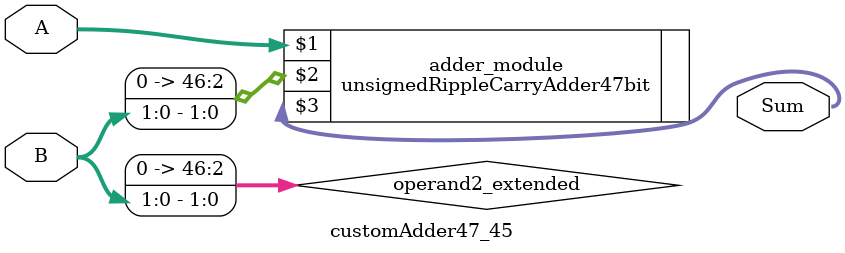
<source format=v>
module customAdder47_45(
                        input [46 : 0] A,
                        input [1 : 0] B,
                        
                        output [47 : 0] Sum
                );

        wire [46 : 0] operand2_extended;
        
        assign operand2_extended =  {45'b0, B};
        
        unsignedRippleCarryAdder47bit adder_module(
            A,
            operand2_extended,
            Sum
        );
        
        endmodule
        
</source>
